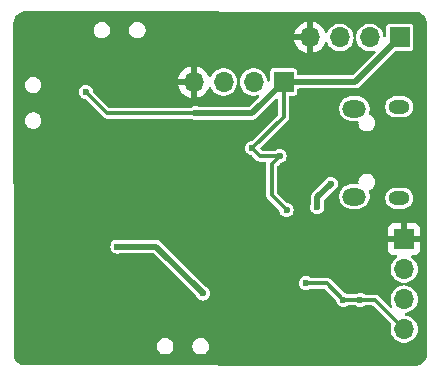
<source format=gbr>
%TF.GenerationSoftware,KiCad,Pcbnew,8.0.3*%
%TF.CreationDate,2024-12-22T23:45:43+05:30*%
%TF.ProjectId,STM32-pcb-design,53544d33-322d-4706-9362-2d6465736967,rev?*%
%TF.SameCoordinates,Original*%
%TF.FileFunction,Copper,L2,Bot*%
%TF.FilePolarity,Positive*%
%FSLAX46Y46*%
G04 Gerber Fmt 4.6, Leading zero omitted, Abs format (unit mm)*
G04 Created by KiCad (PCBNEW 8.0.3) date 2024-12-22 23:45:43*
%MOMM*%
%LPD*%
G01*
G04 APERTURE LIST*
%TA.AperFunction,ComponentPad*%
%ADD10R,1.700000X1.700000*%
%TD*%
%TA.AperFunction,ComponentPad*%
%ADD11O,1.700000X1.700000*%
%TD*%
%TA.AperFunction,ComponentPad*%
%ADD12O,1.800000X1.150000*%
%TD*%
%TA.AperFunction,ComponentPad*%
%ADD13O,2.000000X1.450000*%
%TD*%
%TA.AperFunction,ViaPad*%
%ADD14C,0.600000*%
%TD*%
%TA.AperFunction,Conductor*%
%ADD15C,0.300000*%
%TD*%
%TA.AperFunction,Conductor*%
%ADD16C,0.500000*%
%TD*%
G04 APERTURE END LIST*
D10*
%TO.P,J3,1,Pin_1*%
%TO.N,+3.3V*%
X113460000Y-36560000D03*
D11*
%TO.P,J3,2,Pin_2*%
%TO.N,/I2C1_SCL*%
X110920000Y-36560000D03*
%TO.P,J3,3,Pin_3*%
%TO.N,/I2C1_SDA*%
X108380000Y-36560000D03*
%TO.P,J3,4,Pin_4*%
%TO.N,GND*%
X105840000Y-36560000D03*
%TD*%
%TO.P,J4,4,Pin_4*%
%TO.N,+3.3V*%
X123675000Y-57495000D03*
%TO.P,J4,3,Pin_3*%
%TO.N,/USART1_TX*%
X123675000Y-54955000D03*
%TO.P,J4,2,Pin_2*%
%TO.N,/USART1_RX*%
X123675000Y-52415000D03*
D10*
%TO.P,J4,1,Pin_1*%
%TO.N,GND*%
X123675000Y-49875000D03*
%TD*%
%TO.P,J2,1,Pin_1*%
%TO.N,+3.3V*%
X123310000Y-32790000D03*
D11*
%TO.P,J2,2,Pin_2*%
%TO.N,/SWDIO*%
X120770000Y-32790000D03*
%TO.P,J2,3,Pin_3*%
%TO.N,/SWCLK*%
X118230000Y-32790000D03*
%TO.P,J2,4,Pin_4*%
%TO.N,GND*%
X115690000Y-32790000D03*
%TD*%
D12*
%TO.P,J1,6,Shield*%
%TO.N,unconnected-(J1-Shield-Pad6)*%
X123260000Y-38660000D03*
D13*
%TO.N,unconnected-(J1-Shield-Pad6)_0*%
X119460000Y-38810000D03*
%TO.N,unconnected-(J1-Shield-Pad6)_2*%
X119460000Y-46260000D03*
D12*
%TO.N,unconnected-(J1-Shield-Pad6)_1*%
X123260000Y-46410000D03*
%TD*%
D14*
%TO.N,+3.3V*%
X115360000Y-53600000D03*
X96720000Y-37390000D03*
X106020000Y-39210000D03*
X110810000Y-42160000D03*
X113710000Y-47420000D03*
X113120000Y-42850000D03*
%TO.N,VBUS*%
X117460000Y-45190000D03*
X116320000Y-47170000D03*
%TO.N,+3.3V*%
X119960000Y-55020000D03*
X118530000Y-55000000D03*
X99400000Y-50490000D03*
X106630000Y-54460000D03*
%TO.N,GND*%
X96230000Y-45220000D03*
X96000000Y-47060000D03*
X110570000Y-57280000D03*
X112180000Y-53790000D03*
X120500000Y-53840000D03*
X104230000Y-45730000D03*
X121210000Y-41290000D03*
X92010000Y-50000000D03*
X104800000Y-34200000D03*
X98670000Y-41730000D03*
%TD*%
D15*
%TO.N,+3.3V*%
X119960000Y-55020000D02*
X121200000Y-55020000D01*
X121200000Y-55020000D02*
X123675000Y-57495000D01*
X117130000Y-53600000D02*
X118530000Y-55000000D01*
X115360000Y-53600000D02*
X117130000Y-53600000D01*
X98540000Y-39210000D02*
X106410000Y-39210000D01*
D16*
X106410000Y-39210000D02*
X110810000Y-39210000D01*
X106020000Y-39210000D02*
X106410000Y-39210000D01*
D15*
X96720000Y-37390000D02*
X98540000Y-39210000D01*
X110810000Y-42160000D02*
X113460000Y-39510000D01*
X113460000Y-39510000D02*
X113460000Y-36560000D01*
D16*
X110810000Y-39210000D02*
X113460000Y-36560000D01*
X113460000Y-36560000D02*
X119540000Y-36560000D01*
X119540000Y-36560000D02*
X123310000Y-32790000D01*
D15*
X111500000Y-42850000D02*
X110810000Y-42160000D01*
X113120000Y-42850000D02*
X111500000Y-42850000D01*
X112460000Y-43510000D02*
X113120000Y-42850000D01*
X112460000Y-44180000D02*
X112460000Y-43510000D01*
X113710000Y-47420000D02*
X112460000Y-46170000D01*
X112460000Y-46170000D02*
X112460000Y-44180000D01*
D16*
%TO.N,VBUS*%
X116320000Y-47170000D02*
X116320000Y-46330000D01*
X116320000Y-46330000D02*
X117460000Y-45190000D01*
D15*
%TO.N,+3.3V*%
X119940000Y-55000000D02*
X119960000Y-55020000D01*
X118530000Y-55000000D02*
X119940000Y-55000000D01*
D16*
X102660000Y-50490000D02*
X106630000Y-54460000D01*
X99400000Y-50490000D02*
X102660000Y-50490000D01*
%TD*%
%TA.AperFunction,Conductor*%
%TO.N,GND*%
G36*
X124692896Y-30609995D02*
G01*
X124707059Y-30610817D01*
X124782331Y-30619531D01*
X124802522Y-30623592D01*
X124960330Y-30669246D01*
X124982108Y-30677848D01*
X125047813Y-30711287D01*
X125127247Y-30751715D01*
X125147023Y-30764261D01*
X125275684Y-30864099D01*
X125292748Y-30880140D01*
X125400340Y-31002388D01*
X125414084Y-31021351D01*
X125496774Y-31161653D01*
X125506704Y-31182857D01*
X125562027Y-31337572D01*
X125567318Y-31357422D01*
X125580016Y-31428185D01*
X125581965Y-31450040D01*
X125592441Y-59739399D01*
X125590037Y-59763743D01*
X125574627Y-59840860D01*
X125568702Y-59861238D01*
X125563527Y-59874639D01*
X125503742Y-60029416D01*
X125492849Y-60051050D01*
X125397249Y-60202102D01*
X125382358Y-60221207D01*
X125259210Y-60350796D01*
X125240888Y-60366641D01*
X125094903Y-60469811D01*
X125073851Y-60481792D01*
X124910591Y-60554614D01*
X124887611Y-60562274D01*
X124711826Y-60602305D01*
X124690798Y-60605229D01*
X124603349Y-60609823D01*
X124596657Y-60609994D01*
X91525907Y-60560008D01*
X91514110Y-60559428D01*
X91511253Y-60559150D01*
X91423776Y-60550655D01*
X91400980Y-60546257D01*
X91217016Y-60492488D01*
X91192616Y-60482431D01*
X91025607Y-60391714D01*
X91003890Y-60376722D01*
X90859864Y-60252717D01*
X90841812Y-60233468D01*
X90784551Y-60157630D01*
X90727287Y-60081788D01*
X90713719Y-60059156D01*
X90633216Y-59885221D01*
X90625479Y-59863332D01*
X90605663Y-59784401D01*
X90601932Y-59754267D01*
X90601613Y-58998995D01*
X102739499Y-58998995D01*
X102766418Y-59134322D01*
X102766421Y-59134332D01*
X102819221Y-59261804D01*
X102819228Y-59261817D01*
X102895885Y-59376541D01*
X102895888Y-59376545D01*
X102993454Y-59474111D01*
X102993458Y-59474114D01*
X103108182Y-59550771D01*
X103108195Y-59550778D01*
X103235667Y-59603578D01*
X103235672Y-59603580D01*
X103235676Y-59603580D01*
X103235677Y-59603581D01*
X103371004Y-59630500D01*
X103371007Y-59630500D01*
X103508995Y-59630500D01*
X103600041Y-59612389D01*
X103644328Y-59603580D01*
X103771811Y-59550775D01*
X103886542Y-59474114D01*
X103984114Y-59376542D01*
X104060775Y-59261811D01*
X104113580Y-59134328D01*
X104140500Y-58998995D01*
X105739499Y-58998995D01*
X105766418Y-59134322D01*
X105766421Y-59134332D01*
X105819221Y-59261804D01*
X105819228Y-59261817D01*
X105895885Y-59376541D01*
X105895888Y-59376545D01*
X105993454Y-59474111D01*
X105993458Y-59474114D01*
X106108182Y-59550771D01*
X106108195Y-59550778D01*
X106235667Y-59603578D01*
X106235672Y-59603580D01*
X106235676Y-59603580D01*
X106235677Y-59603581D01*
X106371004Y-59630500D01*
X106371007Y-59630500D01*
X106508995Y-59630500D01*
X106600041Y-59612389D01*
X106644328Y-59603580D01*
X106771811Y-59550775D01*
X106886542Y-59474114D01*
X106984114Y-59376542D01*
X107060775Y-59261811D01*
X107113580Y-59134328D01*
X107140500Y-58998993D01*
X107140500Y-58861007D01*
X107140500Y-58861004D01*
X107113581Y-58725677D01*
X107113580Y-58725676D01*
X107113580Y-58725672D01*
X107080372Y-58645500D01*
X107060778Y-58598195D01*
X107060771Y-58598182D01*
X106984114Y-58483458D01*
X106984111Y-58483454D01*
X106886545Y-58385888D01*
X106886541Y-58385885D01*
X106771817Y-58309228D01*
X106771804Y-58309221D01*
X106644332Y-58256421D01*
X106644322Y-58256418D01*
X106508995Y-58229500D01*
X106508993Y-58229500D01*
X106371007Y-58229500D01*
X106371005Y-58229500D01*
X106235677Y-58256418D01*
X106235667Y-58256421D01*
X106108195Y-58309221D01*
X106108182Y-58309228D01*
X105993458Y-58385885D01*
X105993454Y-58385888D01*
X105895888Y-58483454D01*
X105895885Y-58483458D01*
X105819228Y-58598182D01*
X105819221Y-58598195D01*
X105766421Y-58725667D01*
X105766418Y-58725677D01*
X105739500Y-58861004D01*
X105739500Y-58861007D01*
X105739500Y-58998993D01*
X105739500Y-58998995D01*
X105739499Y-58998995D01*
X104140500Y-58998995D01*
X104140500Y-58998993D01*
X104140500Y-58861007D01*
X104140500Y-58861004D01*
X104113581Y-58725677D01*
X104113580Y-58725676D01*
X104113580Y-58725672D01*
X104080372Y-58645500D01*
X104060778Y-58598195D01*
X104060771Y-58598182D01*
X103984114Y-58483458D01*
X103984111Y-58483454D01*
X103886545Y-58385888D01*
X103886541Y-58385885D01*
X103771817Y-58309228D01*
X103771804Y-58309221D01*
X103644332Y-58256421D01*
X103644322Y-58256418D01*
X103508995Y-58229500D01*
X103508993Y-58229500D01*
X103371007Y-58229500D01*
X103371005Y-58229500D01*
X103235677Y-58256418D01*
X103235667Y-58256421D01*
X103108195Y-58309221D01*
X103108182Y-58309228D01*
X102993458Y-58385885D01*
X102993454Y-58385888D01*
X102895888Y-58483454D01*
X102895885Y-58483458D01*
X102819228Y-58598182D01*
X102819221Y-58598195D01*
X102766421Y-58725667D01*
X102766418Y-58725677D01*
X102739500Y-58861004D01*
X102739500Y-58861007D01*
X102739500Y-58998993D01*
X102739500Y-58998995D01*
X102739499Y-58998995D01*
X90601613Y-58998995D01*
X90598018Y-50489998D01*
X98794318Y-50489998D01*
X98794318Y-50490001D01*
X98814955Y-50646760D01*
X98814956Y-50646762D01*
X98875464Y-50792841D01*
X98971718Y-50918282D01*
X99097159Y-51014536D01*
X99243238Y-51075044D01*
X99256721Y-51076819D01*
X99399999Y-51095682D01*
X99400000Y-51095682D01*
X99400001Y-51095682D01*
X99452254Y-51088802D01*
X99556762Y-51075044D01*
X99617370Y-51049938D01*
X99664823Y-51040500D01*
X102380613Y-51040500D01*
X102447652Y-51060185D01*
X102468294Y-51076819D01*
X106053478Y-54662003D01*
X106080358Y-54702231D01*
X106105462Y-54762838D01*
X106105463Y-54762839D01*
X106105464Y-54762841D01*
X106201718Y-54888282D01*
X106327159Y-54984536D01*
X106473238Y-55045044D01*
X106551619Y-55055363D01*
X106629999Y-55065682D01*
X106630000Y-55065682D01*
X106630001Y-55065682D01*
X106682254Y-55058802D01*
X106786762Y-55045044D01*
X106932841Y-54984536D01*
X107058282Y-54888282D01*
X107154536Y-54762841D01*
X107215044Y-54616762D01*
X107231013Y-54495464D01*
X107235682Y-54460001D01*
X107235682Y-54459998D01*
X107215044Y-54303239D01*
X107215044Y-54303238D01*
X107154536Y-54157159D01*
X107058282Y-54031718D01*
X107058280Y-54031717D01*
X107058280Y-54031716D01*
X107020242Y-54002529D01*
X106932841Y-53935464D01*
X106932837Y-53935462D01*
X106932838Y-53935462D01*
X106872231Y-53910358D01*
X106832003Y-53883478D01*
X106548523Y-53599998D01*
X114754318Y-53599998D01*
X114754318Y-53600001D01*
X114774955Y-53756760D01*
X114774956Y-53756762D01*
X114827443Y-53883478D01*
X114835464Y-53902841D01*
X114931718Y-54028282D01*
X115057159Y-54124536D01*
X115203238Y-54185044D01*
X115281619Y-54195363D01*
X115359999Y-54205682D01*
X115360000Y-54205682D01*
X115360001Y-54205682D01*
X115412254Y-54198802D01*
X115516762Y-54185044D01*
X115662841Y-54124536D01*
X115725933Y-54076123D01*
X115791102Y-54050930D01*
X115801419Y-54050500D01*
X116892035Y-54050500D01*
X116959074Y-54070185D01*
X116979716Y-54086819D01*
X117899317Y-55006420D01*
X117932802Y-55067743D01*
X117934575Y-55077915D01*
X117944955Y-55156761D01*
X117949325Y-55167310D01*
X118005464Y-55302841D01*
X118101718Y-55428282D01*
X118227159Y-55524536D01*
X118373238Y-55585044D01*
X118451619Y-55595363D01*
X118529999Y-55605682D01*
X118530000Y-55605682D01*
X118530001Y-55605682D01*
X118582254Y-55598802D01*
X118686762Y-55585044D01*
X118832841Y-55524536D01*
X118895933Y-55476123D01*
X118961102Y-55450930D01*
X118971419Y-55450500D01*
X119492517Y-55450500D01*
X119559556Y-55470185D01*
X119567989Y-55476114D01*
X119657159Y-55544536D01*
X119657162Y-55544537D01*
X119657163Y-55544538D01*
X119730198Y-55574790D01*
X119803238Y-55605044D01*
X119881619Y-55615363D01*
X119959999Y-55625682D01*
X119960000Y-55625682D01*
X119960001Y-55625682D01*
X120012254Y-55618802D01*
X120116762Y-55605044D01*
X120262841Y-55544536D01*
X120325933Y-55496123D01*
X120391102Y-55470930D01*
X120401419Y-55470500D01*
X120962035Y-55470500D01*
X121029074Y-55490185D01*
X121049716Y-55506819D01*
X122551142Y-57008246D01*
X122584627Y-57069569D01*
X122582727Y-57129861D01*
X122539244Y-57282687D01*
X122519571Y-57494999D01*
X122519571Y-57495000D01*
X122539244Y-57707310D01*
X122597596Y-57912392D01*
X122597596Y-57912394D01*
X122692632Y-58103253D01*
X122821127Y-58273406D01*
X122821128Y-58273407D01*
X122978698Y-58417052D01*
X123159981Y-58529298D01*
X123358802Y-58606321D01*
X123568390Y-58645500D01*
X123568392Y-58645500D01*
X123781608Y-58645500D01*
X123781610Y-58645500D01*
X123991198Y-58606321D01*
X124190019Y-58529298D01*
X124371302Y-58417052D01*
X124528872Y-58273407D01*
X124657366Y-58103255D01*
X124752405Y-57912389D01*
X124810756Y-57707310D01*
X124830429Y-57495000D01*
X124810756Y-57282690D01*
X124752405Y-57077611D01*
X124752403Y-57077606D01*
X124752403Y-57077605D01*
X124657367Y-56886746D01*
X124528872Y-56716593D01*
X124371302Y-56572948D01*
X124190019Y-56460702D01*
X124190017Y-56460701D01*
X124044884Y-56404477D01*
X123991198Y-56383679D01*
X123794385Y-56346888D01*
X123732106Y-56315221D01*
X123696833Y-56254908D01*
X123699767Y-56185100D01*
X123739976Y-56127960D01*
X123794384Y-56103111D01*
X123991198Y-56066321D01*
X124190019Y-55989298D01*
X124371302Y-55877052D01*
X124528872Y-55733407D01*
X124657366Y-55563255D01*
X124724574Y-55428282D01*
X124752403Y-55372394D01*
X124752403Y-55372393D01*
X124752405Y-55372389D01*
X124810756Y-55167310D01*
X124830429Y-54955000D01*
X124810756Y-54742690D01*
X124752405Y-54537611D01*
X124752403Y-54537606D01*
X124752403Y-54537605D01*
X124657367Y-54346746D01*
X124528872Y-54176593D01*
X124507554Y-54157159D01*
X124371302Y-54032948D01*
X124190019Y-53920702D01*
X124190017Y-53920701D01*
X124090608Y-53882190D01*
X123991198Y-53843679D01*
X123794385Y-53806888D01*
X123732106Y-53775221D01*
X123696833Y-53714908D01*
X123699767Y-53645100D01*
X123739976Y-53587960D01*
X123794384Y-53563111D01*
X123991198Y-53526321D01*
X124190019Y-53449298D01*
X124371302Y-53337052D01*
X124528872Y-53193407D01*
X124657366Y-53023255D01*
X124752405Y-52832389D01*
X124810756Y-52627310D01*
X124830429Y-52415000D01*
X124810756Y-52202690D01*
X124752405Y-51997611D01*
X124752403Y-51997606D01*
X124752403Y-51997605D01*
X124657367Y-51806746D01*
X124528872Y-51636593D01*
X124371302Y-51492948D01*
X124371299Y-51492946D01*
X124371298Y-51492945D01*
X124309089Y-51454427D01*
X124262453Y-51402399D01*
X124251349Y-51333418D01*
X124279302Y-51269383D01*
X124337437Y-51230627D01*
X124374366Y-51225000D01*
X124572828Y-51225000D01*
X124572844Y-51224999D01*
X124632372Y-51218598D01*
X124632379Y-51218596D01*
X124767086Y-51168354D01*
X124767093Y-51168350D01*
X124882187Y-51082190D01*
X124882190Y-51082187D01*
X124968350Y-50967093D01*
X124968354Y-50967086D01*
X125018596Y-50832379D01*
X125018598Y-50832372D01*
X125024999Y-50772844D01*
X125025000Y-50772827D01*
X125025000Y-50125000D01*
X124108012Y-50125000D01*
X124140925Y-50067993D01*
X124175000Y-49940826D01*
X124175000Y-49809174D01*
X124140925Y-49682007D01*
X124108012Y-49625000D01*
X125025000Y-49625000D01*
X125025000Y-48977172D01*
X125024999Y-48977155D01*
X125018598Y-48917627D01*
X125018596Y-48917620D01*
X124968354Y-48782913D01*
X124968350Y-48782906D01*
X124882190Y-48667812D01*
X124882187Y-48667809D01*
X124767093Y-48581649D01*
X124767086Y-48581645D01*
X124632379Y-48531403D01*
X124632372Y-48531401D01*
X124572844Y-48525000D01*
X123925000Y-48525000D01*
X123925000Y-49441988D01*
X123867993Y-49409075D01*
X123740826Y-49375000D01*
X123609174Y-49375000D01*
X123482007Y-49409075D01*
X123425000Y-49441988D01*
X123425000Y-48525000D01*
X122777155Y-48525000D01*
X122717627Y-48531401D01*
X122717620Y-48531403D01*
X122582913Y-48581645D01*
X122582906Y-48581649D01*
X122467812Y-48667809D01*
X122467809Y-48667812D01*
X122381649Y-48782906D01*
X122381645Y-48782913D01*
X122331403Y-48917620D01*
X122331401Y-48917627D01*
X122325000Y-48977155D01*
X122325000Y-49625000D01*
X123241988Y-49625000D01*
X123209075Y-49682007D01*
X123175000Y-49809174D01*
X123175000Y-49940826D01*
X123209075Y-50067993D01*
X123241988Y-50125000D01*
X122325000Y-50125000D01*
X122325000Y-50772844D01*
X122331401Y-50832372D01*
X122331403Y-50832379D01*
X122381645Y-50967086D01*
X122381649Y-50967093D01*
X122467809Y-51082187D01*
X122467812Y-51082190D01*
X122582906Y-51168350D01*
X122582913Y-51168354D01*
X122717620Y-51218596D01*
X122717627Y-51218598D01*
X122777155Y-51224999D01*
X122777172Y-51225000D01*
X122975634Y-51225000D01*
X123042673Y-51244685D01*
X123088428Y-51297489D01*
X123098372Y-51366647D01*
X123069347Y-51430203D01*
X123040911Y-51454427D01*
X122978701Y-51492945D01*
X122821127Y-51636593D01*
X122692632Y-51806746D01*
X122597596Y-51997605D01*
X122597596Y-51997607D01*
X122539244Y-52202689D01*
X122519571Y-52414999D01*
X122519571Y-52415000D01*
X122539244Y-52627310D01*
X122597596Y-52832392D01*
X122597596Y-52832394D01*
X122692632Y-53023253D01*
X122811155Y-53180201D01*
X122821128Y-53193407D01*
X122978698Y-53337052D01*
X123159981Y-53449298D01*
X123358802Y-53526321D01*
X123555613Y-53563111D01*
X123617893Y-53594779D01*
X123653166Y-53655092D01*
X123650232Y-53724900D01*
X123610023Y-53782040D01*
X123555613Y-53806888D01*
X123358802Y-53843679D01*
X123358799Y-53843679D01*
X123358799Y-53843680D01*
X123159982Y-53920701D01*
X123159980Y-53920702D01*
X122978699Y-54032947D01*
X122821127Y-54176593D01*
X122692632Y-54346746D01*
X122597596Y-54537605D01*
X122597596Y-54537607D01*
X122588522Y-54569500D01*
X122539244Y-54742690D01*
X122519571Y-54955000D01*
X122539244Y-55167310D01*
X122597595Y-55372389D01*
X122656250Y-55490185D01*
X122663518Y-55504781D01*
X122675778Y-55573566D01*
X122648905Y-55638061D01*
X122591428Y-55677789D01*
X122521598Y-55680135D01*
X122464836Y-55647733D01*
X121476616Y-54659513D01*
X121476614Y-54659511D01*
X121434922Y-54635440D01*
X121373885Y-54600199D01*
X121342228Y-54591718D01*
X121300768Y-54580609D01*
X121259309Y-54569500D01*
X121259308Y-54569500D01*
X120401419Y-54569500D01*
X120334380Y-54549815D01*
X120325933Y-54543876D01*
X120262842Y-54495464D01*
X120116762Y-54434956D01*
X120116760Y-54434955D01*
X119960001Y-54414318D01*
X119959999Y-54414318D01*
X119803239Y-54434955D01*
X119803234Y-54434957D01*
X119657163Y-54495461D01*
X119657162Y-54495461D01*
X119641149Y-54507748D01*
X119620130Y-54523876D01*
X119554964Y-54549070D01*
X119544646Y-54549500D01*
X118971419Y-54549500D01*
X118904380Y-54529815D01*
X118895933Y-54523876D01*
X118832842Y-54475464D01*
X118686761Y-54414955D01*
X118607915Y-54404575D01*
X118544018Y-54376308D01*
X118536420Y-54369317D01*
X117406616Y-53239513D01*
X117406614Y-53239511D01*
X117364922Y-53215440D01*
X117303885Y-53180199D01*
X117272228Y-53171718D01*
X117230768Y-53160609D01*
X117189309Y-53149500D01*
X117189308Y-53149500D01*
X115801419Y-53149500D01*
X115734380Y-53129815D01*
X115725933Y-53123876D01*
X115662842Y-53075464D01*
X115516762Y-53014956D01*
X115516760Y-53014955D01*
X115360001Y-52994318D01*
X115359999Y-52994318D01*
X115203239Y-53014955D01*
X115203237Y-53014956D01*
X115057160Y-53075463D01*
X114931718Y-53171718D01*
X114835463Y-53297160D01*
X114774956Y-53443237D01*
X114774955Y-53443239D01*
X114754318Y-53599998D01*
X106548523Y-53599998D01*
X102998016Y-50049491D01*
X102998015Y-50049490D01*
X102872485Y-49977016D01*
X102872480Y-49977014D01*
X102829374Y-49965463D01*
X102829374Y-49965464D01*
X102780924Y-49952482D01*
X102732475Y-49939500D01*
X102732474Y-49939500D01*
X99664823Y-49939500D01*
X99617370Y-49930061D01*
X99556762Y-49904956D01*
X99556760Y-49904955D01*
X99400001Y-49884318D01*
X99399999Y-49884318D01*
X99243239Y-49904955D01*
X99243237Y-49904956D01*
X99097160Y-49965463D01*
X98971718Y-50061718D01*
X98875463Y-50187160D01*
X98814956Y-50333237D01*
X98814955Y-50333239D01*
X98794318Y-50489998D01*
X90598018Y-50489998D01*
X90593539Y-39888995D01*
X91559499Y-39888995D01*
X91586418Y-40024322D01*
X91586421Y-40024332D01*
X91639221Y-40151804D01*
X91639228Y-40151817D01*
X91715885Y-40266541D01*
X91715888Y-40266545D01*
X91813454Y-40364111D01*
X91813458Y-40364114D01*
X91928182Y-40440771D01*
X91928195Y-40440778D01*
X92055667Y-40493578D01*
X92055672Y-40493580D01*
X92055676Y-40493580D01*
X92055677Y-40493581D01*
X92191004Y-40520500D01*
X92191007Y-40520500D01*
X92328995Y-40520500D01*
X92420041Y-40502389D01*
X92464328Y-40493580D01*
X92591811Y-40440775D01*
X92706542Y-40364114D01*
X92804114Y-40266542D01*
X92880775Y-40151811D01*
X92933580Y-40024328D01*
X92943502Y-39974447D01*
X92960500Y-39888995D01*
X92960500Y-39751004D01*
X92933581Y-39615677D01*
X92933580Y-39615676D01*
X92933580Y-39615672D01*
X92914375Y-39569307D01*
X92880778Y-39488195D01*
X92880771Y-39488182D01*
X92804114Y-39373458D01*
X92804111Y-39373454D01*
X92706545Y-39275888D01*
X92706541Y-39275885D01*
X92591817Y-39199228D01*
X92591804Y-39199221D01*
X92464332Y-39146421D01*
X92464322Y-39146418D01*
X92328995Y-39119500D01*
X92328993Y-39119500D01*
X92191007Y-39119500D01*
X92191005Y-39119500D01*
X92055677Y-39146418D01*
X92055667Y-39146421D01*
X91928195Y-39199221D01*
X91928182Y-39199228D01*
X91813458Y-39275885D01*
X91813454Y-39275888D01*
X91715888Y-39373454D01*
X91715885Y-39373458D01*
X91639228Y-39488182D01*
X91639221Y-39488195D01*
X91586421Y-39615667D01*
X91586418Y-39615677D01*
X91559500Y-39751004D01*
X91559500Y-39751007D01*
X91559500Y-39888993D01*
X91559500Y-39888995D01*
X91559499Y-39888995D01*
X90593539Y-39888995D01*
X90592272Y-36888995D01*
X91559499Y-36888995D01*
X91586418Y-37024322D01*
X91586421Y-37024332D01*
X91639221Y-37151804D01*
X91639228Y-37151817D01*
X91715885Y-37266541D01*
X91715888Y-37266545D01*
X91813454Y-37364111D01*
X91813458Y-37364114D01*
X91928182Y-37440771D01*
X91928195Y-37440778D01*
X92055667Y-37493578D01*
X92055672Y-37493580D01*
X92055676Y-37493580D01*
X92055677Y-37493581D01*
X92191004Y-37520500D01*
X92191007Y-37520500D01*
X92328995Y-37520500D01*
X92420041Y-37502389D01*
X92464328Y-37493580D01*
X92591811Y-37440775D01*
X92667804Y-37389998D01*
X96114318Y-37389998D01*
X96114318Y-37390001D01*
X96134955Y-37546760D01*
X96134956Y-37546762D01*
X96182774Y-37662206D01*
X96195464Y-37692841D01*
X96291718Y-37818282D01*
X96417159Y-37914536D01*
X96563238Y-37975044D01*
X96642083Y-37985424D01*
X96705978Y-38013689D01*
X96713577Y-38020680D01*
X98263386Y-39570490D01*
X98366113Y-39629799D01*
X98390321Y-39636284D01*
X98390324Y-39636286D01*
X98390325Y-39636286D01*
X98420447Y-39644357D01*
X98480691Y-39660500D01*
X105578581Y-39660500D01*
X105645620Y-39680185D01*
X105654067Y-39686124D01*
X105717157Y-39734535D01*
X105717158Y-39734535D01*
X105717159Y-39734536D01*
X105863238Y-39795044D01*
X105941619Y-39805363D01*
X106019999Y-39815682D01*
X106020000Y-39815682D01*
X106020001Y-39815682D01*
X106072254Y-39808802D01*
X106176762Y-39795044D01*
X106237370Y-39769938D01*
X106284823Y-39760500D01*
X110882472Y-39760500D01*
X110882474Y-39760500D01*
X110882475Y-39760500D01*
X111022485Y-39722984D01*
X111050049Y-39707070D01*
X111148015Y-39650510D01*
X112797819Y-38000706D01*
X112859142Y-37967221D01*
X112928834Y-37972205D01*
X112984767Y-38014077D01*
X113009184Y-38079541D01*
X113009500Y-38088387D01*
X113009500Y-39272034D01*
X112989815Y-39339073D01*
X112973181Y-39359715D01*
X110803578Y-41529317D01*
X110742255Y-41562802D01*
X110732084Y-41564575D01*
X110653238Y-41574956D01*
X110507160Y-41635463D01*
X110381718Y-41731718D01*
X110285463Y-41857160D01*
X110224956Y-42003237D01*
X110224955Y-42003239D01*
X110204318Y-42159998D01*
X110204318Y-42160001D01*
X110224955Y-42316760D01*
X110224956Y-42316762D01*
X110285464Y-42462841D01*
X110381718Y-42588282D01*
X110507159Y-42684536D01*
X110653238Y-42745044D01*
X110732083Y-42755424D01*
X110795978Y-42783689D01*
X110803578Y-42790681D01*
X111223386Y-43210489D01*
X111263045Y-43233386D01*
X111326114Y-43269799D01*
X111440691Y-43300500D01*
X111888144Y-43300500D01*
X111955183Y-43320185D01*
X112000938Y-43372989D01*
X112010882Y-43442147D01*
X112010165Y-43445641D01*
X112009500Y-43450693D01*
X112009500Y-46229308D01*
X112017060Y-46257520D01*
X112017061Y-46257525D01*
X112040201Y-46343888D01*
X112050085Y-46361007D01*
X112099511Y-46446614D01*
X112099513Y-46446616D01*
X113079317Y-47426420D01*
X113112802Y-47487743D01*
X113114575Y-47497915D01*
X113124955Y-47576761D01*
X113185463Y-47722839D01*
X113185464Y-47722841D01*
X113281718Y-47848282D01*
X113407159Y-47944536D01*
X113553238Y-48005044D01*
X113631619Y-48015363D01*
X113709999Y-48025682D01*
X113710000Y-48025682D01*
X113710001Y-48025682D01*
X113762254Y-48018802D01*
X113866762Y-48005044D01*
X114012841Y-47944536D01*
X114138282Y-47848282D01*
X114234536Y-47722841D01*
X114295044Y-47576762D01*
X114315682Y-47420000D01*
X114295044Y-47263238D01*
X114256423Y-47169998D01*
X115714318Y-47169998D01*
X115714318Y-47170001D01*
X115734955Y-47326760D01*
X115734956Y-47326762D01*
X115773576Y-47420000D01*
X115795464Y-47472841D01*
X115891718Y-47598282D01*
X116017159Y-47694536D01*
X116163238Y-47755044D01*
X116241619Y-47765363D01*
X116319999Y-47775682D01*
X116320000Y-47775682D01*
X116320001Y-47775682D01*
X116372254Y-47768802D01*
X116476762Y-47755044D01*
X116622841Y-47694536D01*
X116748282Y-47598282D01*
X116844536Y-47472841D01*
X116905044Y-47326762D01*
X116925682Y-47170000D01*
X116925522Y-47168787D01*
X116905044Y-47013239D01*
X116905042Y-47013234D01*
X116879939Y-46952628D01*
X116870500Y-46905176D01*
X116870500Y-46609386D01*
X116890185Y-46542347D01*
X116906815Y-46521709D01*
X117269532Y-46158992D01*
X118159500Y-46158992D01*
X118159500Y-46361007D01*
X118198907Y-46559119D01*
X118198909Y-46559127D01*
X118276212Y-46745752D01*
X118276217Y-46745762D01*
X118388441Y-46913718D01*
X118531281Y-47056558D01*
X118699237Y-47168782D01*
X118699241Y-47168784D01*
X118699244Y-47168786D01*
X118885873Y-47246091D01*
X119083992Y-47285499D01*
X119083996Y-47285500D01*
X119083997Y-47285500D01*
X119836004Y-47285500D01*
X119836005Y-47285499D01*
X120034127Y-47246091D01*
X120220756Y-47168786D01*
X120388718Y-47056558D01*
X120531558Y-46913718D01*
X120643786Y-46745756D01*
X120721091Y-46559127D01*
X120760500Y-46361003D01*
X120760500Y-46323766D01*
X122059500Y-46323766D01*
X122059500Y-46496233D01*
X122093143Y-46665366D01*
X122093146Y-46665378D01*
X122159138Y-46824698D01*
X122159145Y-46824711D01*
X122254954Y-46968098D01*
X122254957Y-46968102D01*
X122376897Y-47090042D01*
X122376901Y-47090045D01*
X122520288Y-47185854D01*
X122520301Y-47185861D01*
X122665708Y-47246090D01*
X122679626Y-47251855D01*
X122848766Y-47285499D01*
X122848769Y-47285500D01*
X122848771Y-47285500D01*
X123671231Y-47285500D01*
X123671232Y-47285499D01*
X123840374Y-47251855D01*
X123999705Y-47185858D01*
X124143099Y-47090045D01*
X124265045Y-46968099D01*
X124360858Y-46824705D01*
X124426855Y-46665374D01*
X124460500Y-46496229D01*
X124460500Y-46323771D01*
X124460500Y-46323768D01*
X124460499Y-46323766D01*
X124426856Y-46154633D01*
X124426855Y-46154626D01*
X124370974Y-46019716D01*
X124360861Y-45995301D01*
X124360854Y-45995288D01*
X124265045Y-45851901D01*
X124265042Y-45851897D01*
X124143102Y-45729957D01*
X124143098Y-45729954D01*
X123999711Y-45634145D01*
X123999698Y-45634138D01*
X123840378Y-45568146D01*
X123840366Y-45568143D01*
X123671232Y-45534500D01*
X123671229Y-45534500D01*
X122848771Y-45534500D01*
X122848768Y-45534500D01*
X122679633Y-45568143D01*
X122679621Y-45568146D01*
X122520301Y-45634138D01*
X122520288Y-45634145D01*
X122376901Y-45729954D01*
X122376897Y-45729957D01*
X122254957Y-45851897D01*
X122254954Y-45851901D01*
X122159145Y-45995288D01*
X122159138Y-45995301D01*
X122093146Y-46154621D01*
X122093143Y-46154633D01*
X122059500Y-46323766D01*
X120760500Y-46323766D01*
X120760500Y-46158997D01*
X120721091Y-45960873D01*
X120679932Y-45861507D01*
X120672463Y-45792037D01*
X120703738Y-45729558D01*
X120754060Y-45699700D01*
X120753207Y-45697452D01*
X120760222Y-45694790D01*
X120760225Y-45694790D01*
X120910852Y-45615734D01*
X121038183Y-45502929D01*
X121134818Y-45362930D01*
X121195140Y-45203872D01*
X121215645Y-45035000D01*
X121195140Y-44866128D01*
X121134818Y-44707070D01*
X121038183Y-44567071D01*
X120910852Y-44454266D01*
X120910849Y-44454263D01*
X120760226Y-44375210D01*
X120595056Y-44334500D01*
X120424944Y-44334500D01*
X120259773Y-44375210D01*
X120109150Y-44454263D01*
X119981816Y-44567072D01*
X119885182Y-44707068D01*
X119824860Y-44866125D01*
X119824859Y-44866130D01*
X119804355Y-45034999D01*
X119811708Y-45095553D01*
X119800248Y-45164476D01*
X119753344Y-45216263D01*
X119688612Y-45234500D01*
X119083992Y-45234500D01*
X118885880Y-45273907D01*
X118885872Y-45273909D01*
X118699247Y-45351212D01*
X118699237Y-45351217D01*
X118531281Y-45463441D01*
X118388441Y-45606281D01*
X118276217Y-45774237D01*
X118276212Y-45774247D01*
X118198909Y-45960872D01*
X118198907Y-45960880D01*
X118159500Y-46158992D01*
X117269532Y-46158992D01*
X117662006Y-45766517D01*
X117702228Y-45739641D01*
X117762841Y-45714536D01*
X117888282Y-45618282D01*
X117984536Y-45492841D01*
X118045044Y-45346762D01*
X118059810Y-45234601D01*
X118065682Y-45190001D01*
X118065682Y-45189998D01*
X118045044Y-45033239D01*
X118045044Y-45033238D01*
X117984536Y-44887159D01*
X117888282Y-44761718D01*
X117762841Y-44665464D01*
X117616762Y-44604956D01*
X117616760Y-44604955D01*
X117460001Y-44584318D01*
X117459999Y-44584318D01*
X117303239Y-44604955D01*
X117303237Y-44604956D01*
X117157160Y-44665463D01*
X117031716Y-44761719D01*
X116935464Y-44887158D01*
X116935460Y-44887165D01*
X116910357Y-44947768D01*
X116883478Y-44987995D01*
X115879491Y-45991983D01*
X115879489Y-45991985D01*
X115846932Y-46048379D01*
X115846931Y-46048380D01*
X115807017Y-46117512D01*
X115807016Y-46117513D01*
X115797073Y-46154621D01*
X115769500Y-46257525D01*
X115769500Y-46257527D01*
X115769500Y-46905176D01*
X115760061Y-46952628D01*
X115734957Y-47013234D01*
X115734955Y-47013239D01*
X115714318Y-47169998D01*
X114256423Y-47169998D01*
X114234536Y-47117159D01*
X114138282Y-46991718D01*
X114012841Y-46895464D01*
X114012839Y-46895463D01*
X113866761Y-46834955D01*
X113787915Y-46824575D01*
X113724018Y-46796308D01*
X113716420Y-46789317D01*
X112946819Y-46019716D01*
X112913334Y-45958393D01*
X112910500Y-45932035D01*
X112910500Y-43747964D01*
X112930185Y-43680925D01*
X112946815Y-43660287D01*
X113126422Y-43480679D01*
X113187743Y-43447196D01*
X113197896Y-43445426D01*
X113276762Y-43435044D01*
X113422841Y-43374536D01*
X113548282Y-43278282D01*
X113644536Y-43152841D01*
X113705044Y-43006762D01*
X113725682Y-42850000D01*
X113705044Y-42693238D01*
X113644536Y-42547159D01*
X113548282Y-42421718D01*
X113422841Y-42325464D01*
X113276762Y-42264956D01*
X113276760Y-42264955D01*
X113120001Y-42244318D01*
X113119999Y-42244318D01*
X112963239Y-42264955D01*
X112963237Y-42264956D01*
X112817157Y-42325464D01*
X112754067Y-42373876D01*
X112688898Y-42399070D01*
X112678581Y-42399500D01*
X111737965Y-42399500D01*
X111670926Y-42379815D01*
X111650284Y-42363181D01*
X111534784Y-42247681D01*
X111501299Y-42186358D01*
X111506283Y-42116666D01*
X111534784Y-42072319D01*
X112077786Y-41529317D01*
X113820489Y-39786614D01*
X113879799Y-39683887D01*
X113888742Y-39650509D01*
X113910500Y-39569309D01*
X113910500Y-38708992D01*
X118159500Y-38708992D01*
X118159500Y-38911007D01*
X118198907Y-39109119D01*
X118198909Y-39109127D01*
X118276212Y-39295752D01*
X118276217Y-39295762D01*
X118388441Y-39463718D01*
X118531281Y-39606558D01*
X118699237Y-39718782D01*
X118699241Y-39718784D01*
X118699244Y-39718786D01*
X118885873Y-39796091D01*
X119083484Y-39835398D01*
X119083992Y-39835499D01*
X119083996Y-39835500D01*
X119688612Y-39835500D01*
X119755651Y-39855185D01*
X119801406Y-39907989D01*
X119811708Y-39974447D01*
X119804355Y-40035000D01*
X119824859Y-40203869D01*
X119824860Y-40203874D01*
X119885182Y-40362931D01*
X119885997Y-40364111D01*
X119981817Y-40502929D01*
X120087505Y-40596560D01*
X120109150Y-40615736D01*
X120259773Y-40694789D01*
X120259775Y-40694790D01*
X120424944Y-40735500D01*
X120595056Y-40735500D01*
X120760225Y-40694790D01*
X120839692Y-40653081D01*
X120910849Y-40615736D01*
X120910850Y-40615734D01*
X120910852Y-40615734D01*
X121038183Y-40502929D01*
X121134818Y-40362930D01*
X121195140Y-40203872D01*
X121215645Y-40035000D01*
X121195140Y-39866128D01*
X121183524Y-39835500D01*
X121140853Y-39722983D01*
X121134818Y-39707070D01*
X121118814Y-39683885D01*
X121085959Y-39636286D01*
X121038183Y-39567071D01*
X120910852Y-39454266D01*
X120910849Y-39454263D01*
X120760225Y-39375209D01*
X120753210Y-39372549D01*
X120754131Y-39370119D01*
X120704438Y-39341186D01*
X120672649Y-39278967D01*
X120679544Y-39209439D01*
X120679932Y-39208492D01*
X120721091Y-39109127D01*
X120760500Y-38911003D01*
X120760500Y-38708997D01*
X120733601Y-38573766D01*
X122059500Y-38573766D01*
X122059500Y-38746233D01*
X122093143Y-38915366D01*
X122093146Y-38915378D01*
X122159138Y-39074698D01*
X122159145Y-39074711D01*
X122254954Y-39218098D01*
X122254957Y-39218102D01*
X122376897Y-39340042D01*
X122376901Y-39340045D01*
X122520288Y-39435854D01*
X122520301Y-39435861D01*
X122679621Y-39501853D01*
X122679626Y-39501855D01*
X122848766Y-39535499D01*
X122848769Y-39535500D01*
X122848771Y-39535500D01*
X123671231Y-39535500D01*
X123671232Y-39535499D01*
X123840374Y-39501855D01*
X123999705Y-39435858D01*
X124143099Y-39340045D01*
X124265045Y-39218099D01*
X124360858Y-39074705D01*
X124426855Y-38915374D01*
X124460500Y-38746229D01*
X124460500Y-38573771D01*
X124460500Y-38573768D01*
X124460499Y-38573766D01*
X124447989Y-38510873D01*
X124426855Y-38404626D01*
X124393557Y-38324237D01*
X124360861Y-38245301D01*
X124360854Y-38245288D01*
X124265045Y-38101901D01*
X124265042Y-38101897D01*
X124143102Y-37979957D01*
X124143098Y-37979954D01*
X123999711Y-37884145D01*
X123999698Y-37884138D01*
X123840378Y-37818146D01*
X123840366Y-37818143D01*
X123671232Y-37784500D01*
X123671229Y-37784500D01*
X122848771Y-37784500D01*
X122848768Y-37784500D01*
X122679633Y-37818143D01*
X122679621Y-37818146D01*
X122520301Y-37884138D01*
X122520288Y-37884145D01*
X122376901Y-37979954D01*
X122376897Y-37979957D01*
X122254957Y-38101897D01*
X122254954Y-38101901D01*
X122159145Y-38245288D01*
X122159138Y-38245301D01*
X122093146Y-38404621D01*
X122093143Y-38404633D01*
X122059500Y-38573766D01*
X120733601Y-38573766D01*
X120721091Y-38510873D01*
X120643786Y-38324244D01*
X120643784Y-38324241D01*
X120643782Y-38324237D01*
X120531558Y-38156281D01*
X120388718Y-38013441D01*
X120220762Y-37901217D01*
X120220752Y-37901212D01*
X120034127Y-37823909D01*
X120034119Y-37823907D01*
X119836007Y-37784500D01*
X119836003Y-37784500D01*
X119083997Y-37784500D01*
X119083992Y-37784500D01*
X118885880Y-37823907D01*
X118885872Y-37823909D01*
X118699247Y-37901212D01*
X118699237Y-37901217D01*
X118531281Y-38013441D01*
X118388441Y-38156281D01*
X118276217Y-38324237D01*
X118276212Y-38324247D01*
X118198909Y-38510872D01*
X118198907Y-38510880D01*
X118159500Y-38708992D01*
X113910500Y-38708992D01*
X113910500Y-37834499D01*
X113930185Y-37767460D01*
X113982989Y-37721705D01*
X114034500Y-37710499D01*
X114354856Y-37710499D01*
X114354864Y-37710499D01*
X114354879Y-37710497D01*
X114354882Y-37710497D01*
X114379987Y-37707586D01*
X114379988Y-37707585D01*
X114379991Y-37707585D01*
X114482765Y-37662206D01*
X114562206Y-37582765D01*
X114607585Y-37479991D01*
X114610500Y-37454865D01*
X114610500Y-37234500D01*
X114630185Y-37167461D01*
X114682989Y-37121706D01*
X114734500Y-37110500D01*
X119612472Y-37110500D01*
X119612474Y-37110500D01*
X119612475Y-37110500D01*
X119752485Y-37072984D01*
X119757153Y-37070289D01*
X119878015Y-37000510D01*
X122901706Y-33976817D01*
X122963029Y-33943333D01*
X122989387Y-33940499D01*
X124204856Y-33940499D01*
X124204864Y-33940499D01*
X124204879Y-33940497D01*
X124204882Y-33940497D01*
X124229987Y-33937586D01*
X124229988Y-33937585D01*
X124229991Y-33937585D01*
X124332765Y-33892206D01*
X124412206Y-33812765D01*
X124457585Y-33709991D01*
X124460500Y-33684865D01*
X124460499Y-31895136D01*
X124460497Y-31895117D01*
X124457586Y-31870012D01*
X124457585Y-31870010D01*
X124457585Y-31870009D01*
X124412206Y-31767235D01*
X124332765Y-31687794D01*
X124312124Y-31678680D01*
X124229992Y-31642415D01*
X124204865Y-31639500D01*
X122415143Y-31639500D01*
X122415117Y-31639502D01*
X122390012Y-31642413D01*
X122390008Y-31642415D01*
X122287235Y-31687793D01*
X122207794Y-31767234D01*
X122162415Y-31870006D01*
X122162415Y-31870008D01*
X122159500Y-31895131D01*
X122159500Y-32633946D01*
X122139815Y-32700985D01*
X122087011Y-32746740D01*
X122017853Y-32756684D01*
X121954297Y-32727659D01*
X121916523Y-32668881D01*
X121912029Y-32645387D01*
X121909356Y-32616541D01*
X121905756Y-32577690D01*
X121847405Y-32372611D01*
X121847403Y-32372606D01*
X121847403Y-32372605D01*
X121752367Y-32181746D01*
X121623872Y-32011593D01*
X121573494Y-31965667D01*
X121466302Y-31867948D01*
X121285019Y-31755702D01*
X121285017Y-31755701D01*
X121185608Y-31717190D01*
X121086198Y-31678679D01*
X120876610Y-31639500D01*
X120663390Y-31639500D01*
X120453802Y-31678679D01*
X120453799Y-31678679D01*
X120453799Y-31678680D01*
X120254982Y-31755701D01*
X120254980Y-31755702D01*
X120073699Y-31867947D01*
X119916127Y-32011593D01*
X119787632Y-32181746D01*
X119692596Y-32372605D01*
X119692596Y-32372607D01*
X119634244Y-32577689D01*
X119623471Y-32693951D01*
X119597685Y-32758888D01*
X119553130Y-32790804D01*
X119589503Y-32811668D01*
X119621693Y-32873681D01*
X119623470Y-32886047D01*
X119634244Y-33002310D01*
X119687675Y-33190099D01*
X119692596Y-33207392D01*
X119692596Y-33207394D01*
X119787632Y-33398253D01*
X119916127Y-33568406D01*
X119916128Y-33568407D01*
X120073698Y-33712052D01*
X120254981Y-33824298D01*
X120453802Y-33901321D01*
X120663390Y-33940500D01*
X120663392Y-33940500D01*
X120876608Y-33940500D01*
X120876610Y-33940500D01*
X121086198Y-33901321D01*
X121086202Y-33901319D01*
X121086209Y-33901318D01*
X121091719Y-33899751D01*
X121092279Y-33901722D01*
X121152795Y-33896606D01*
X121214546Y-33929294D01*
X121248823Y-33990178D01*
X121244741Y-34059928D01*
X121215689Y-34105784D01*
X119348294Y-35973181D01*
X119286971Y-36006666D01*
X119260613Y-36009500D01*
X114734499Y-36009500D01*
X114667460Y-35989815D01*
X114621705Y-35937011D01*
X114610499Y-35885500D01*
X114610499Y-35665143D01*
X114610499Y-35665136D01*
X114610497Y-35665117D01*
X114607586Y-35640012D01*
X114607585Y-35640010D01*
X114607585Y-35640009D01*
X114562206Y-35537235D01*
X114482765Y-35457794D01*
X114462124Y-35448680D01*
X114379992Y-35412415D01*
X114354865Y-35409500D01*
X112565143Y-35409500D01*
X112565117Y-35409502D01*
X112540012Y-35412413D01*
X112540008Y-35412415D01*
X112437235Y-35457793D01*
X112357794Y-35537234D01*
X112312415Y-35640006D01*
X112312415Y-35640008D01*
X112309500Y-35665131D01*
X112309500Y-36403946D01*
X112289815Y-36470985D01*
X112237011Y-36516740D01*
X112167853Y-36526684D01*
X112104297Y-36497659D01*
X112066523Y-36438881D01*
X112062029Y-36415387D01*
X112060969Y-36403946D01*
X112055756Y-36347690D01*
X111997405Y-36142611D01*
X111997403Y-36142606D01*
X111997403Y-36142605D01*
X111902367Y-35951746D01*
X111773872Y-35781593D01*
X111616302Y-35637948D01*
X111435019Y-35525702D01*
X111435017Y-35525701D01*
X111335608Y-35487190D01*
X111236198Y-35448679D01*
X111026610Y-35409500D01*
X110813390Y-35409500D01*
X110603802Y-35448679D01*
X110603799Y-35448679D01*
X110603799Y-35448680D01*
X110404982Y-35525701D01*
X110404980Y-35525702D01*
X110223699Y-35637947D01*
X110066127Y-35781593D01*
X109937632Y-35951746D01*
X109842596Y-36142605D01*
X109842596Y-36142607D01*
X109784244Y-36347689D01*
X109773471Y-36463951D01*
X109747685Y-36528888D01*
X109703130Y-36560804D01*
X109739503Y-36581668D01*
X109771693Y-36643681D01*
X109773470Y-36656047D01*
X109784244Y-36772310D01*
X109837675Y-36960099D01*
X109842596Y-36977392D01*
X109842596Y-36977394D01*
X109937632Y-37168253D01*
X110046247Y-37312081D01*
X110066128Y-37338407D01*
X110223698Y-37482052D01*
X110404981Y-37594298D01*
X110603802Y-37671321D01*
X110813390Y-37710500D01*
X110813392Y-37710500D01*
X111026608Y-37710500D01*
X111026610Y-37710500D01*
X111236198Y-37671321D01*
X111236202Y-37671319D01*
X111236209Y-37671318D01*
X111241719Y-37669751D01*
X111242279Y-37671722D01*
X111302795Y-37666606D01*
X111364546Y-37699294D01*
X111398823Y-37760178D01*
X111394741Y-37829928D01*
X111365689Y-37875784D01*
X110618294Y-38623181D01*
X110556971Y-38656666D01*
X110530613Y-38659500D01*
X106284823Y-38659500D01*
X106237370Y-38650061D01*
X106176762Y-38624956D01*
X106176760Y-38624955D01*
X106020001Y-38604318D01*
X106019999Y-38604318D01*
X105863239Y-38624955D01*
X105863237Y-38624956D01*
X105717157Y-38685464D01*
X105654067Y-38733876D01*
X105588898Y-38759070D01*
X105578581Y-38759500D01*
X98777966Y-38759500D01*
X98710927Y-38739815D01*
X98690285Y-38723181D01*
X97350681Y-37383578D01*
X97317196Y-37322255D01*
X97315425Y-37312097D01*
X97305044Y-37233238D01*
X97244536Y-37087159D01*
X97148282Y-36961718D01*
X97022841Y-36865464D01*
X96876762Y-36804956D01*
X96876760Y-36804955D01*
X96720001Y-36784318D01*
X96719999Y-36784318D01*
X96563239Y-36804955D01*
X96563237Y-36804956D01*
X96417160Y-36865463D01*
X96291718Y-36961718D01*
X96195463Y-37087160D01*
X96134956Y-37233237D01*
X96134955Y-37233239D01*
X96114318Y-37389998D01*
X92667804Y-37389998D01*
X92706542Y-37364114D01*
X92804114Y-37266542D01*
X92880775Y-37151811D01*
X92933580Y-37024328D01*
X92946356Y-36960099D01*
X92960500Y-36888995D01*
X92960500Y-36751004D01*
X92933581Y-36615677D01*
X92933580Y-36615676D01*
X92933580Y-36615672D01*
X92910186Y-36559194D01*
X92880778Y-36488195D01*
X92880771Y-36488182D01*
X92804114Y-36373458D01*
X92804111Y-36373454D01*
X92740656Y-36309999D01*
X104509364Y-36309999D01*
X104509364Y-36310000D01*
X105406988Y-36310000D01*
X105374075Y-36367007D01*
X105340000Y-36494174D01*
X105340000Y-36625826D01*
X105374075Y-36752993D01*
X105406988Y-36810000D01*
X104509364Y-36810000D01*
X104566567Y-37023486D01*
X104566570Y-37023492D01*
X104666399Y-37237578D01*
X104801894Y-37431082D01*
X104968917Y-37598105D01*
X105162421Y-37733600D01*
X105376507Y-37833429D01*
X105376516Y-37833433D01*
X105590000Y-37890634D01*
X105590000Y-36993012D01*
X105647007Y-37025925D01*
X105774174Y-37060000D01*
X105905826Y-37060000D01*
X106032993Y-37025925D01*
X106090000Y-36993012D01*
X106090000Y-37890633D01*
X106303483Y-37833433D01*
X106303492Y-37833429D01*
X106517578Y-37733600D01*
X106711082Y-37598105D01*
X106878105Y-37431082D01*
X107013600Y-37237578D01*
X107107294Y-37036651D01*
X107153466Y-36984212D01*
X107220660Y-36965060D01*
X107287541Y-36985276D01*
X107330676Y-37033785D01*
X107397632Y-37168253D01*
X107506247Y-37312081D01*
X107526128Y-37338407D01*
X107683698Y-37482052D01*
X107864981Y-37594298D01*
X108063802Y-37671321D01*
X108273390Y-37710500D01*
X108273392Y-37710500D01*
X108486608Y-37710500D01*
X108486610Y-37710500D01*
X108696198Y-37671321D01*
X108895019Y-37594298D01*
X109076302Y-37482052D01*
X109233872Y-37338407D01*
X109362366Y-37168255D01*
X109370558Y-37151804D01*
X109457403Y-36977394D01*
X109457403Y-36977393D01*
X109457405Y-36977389D01*
X109515756Y-36772310D01*
X109526529Y-36656047D01*
X109552315Y-36591111D01*
X109596869Y-36559194D01*
X109560497Y-36538331D01*
X109528307Y-36476318D01*
X109526529Y-36463951D01*
X109522029Y-36415387D01*
X109515756Y-36347690D01*
X109457405Y-36142611D01*
X109457403Y-36142606D01*
X109457403Y-36142605D01*
X109362367Y-35951746D01*
X109233872Y-35781593D01*
X109076302Y-35637948D01*
X108895019Y-35525702D01*
X108895017Y-35525701D01*
X108795608Y-35487190D01*
X108696198Y-35448679D01*
X108486610Y-35409500D01*
X108273390Y-35409500D01*
X108063802Y-35448679D01*
X108063799Y-35448679D01*
X108063799Y-35448680D01*
X107864982Y-35525701D01*
X107864980Y-35525702D01*
X107683699Y-35637947D01*
X107526127Y-35781593D01*
X107397634Y-35951744D01*
X107330676Y-36086215D01*
X107283173Y-36137452D01*
X107215510Y-36154873D01*
X107149170Y-36132947D01*
X107107294Y-36083348D01*
X107013600Y-35882422D01*
X107013599Y-35882420D01*
X106878113Y-35688926D01*
X106878108Y-35688920D01*
X106711082Y-35521894D01*
X106517578Y-35386399D01*
X106303492Y-35286570D01*
X106303486Y-35286567D01*
X106090000Y-35229364D01*
X106090000Y-36126988D01*
X106032993Y-36094075D01*
X105905826Y-36060000D01*
X105774174Y-36060000D01*
X105647007Y-36094075D01*
X105590000Y-36126988D01*
X105590000Y-35229364D01*
X105589999Y-35229364D01*
X105376513Y-35286567D01*
X105376507Y-35286570D01*
X105162422Y-35386399D01*
X105162420Y-35386400D01*
X104968926Y-35521886D01*
X104968920Y-35521891D01*
X104801891Y-35688920D01*
X104801886Y-35688926D01*
X104666400Y-35882420D01*
X104666399Y-35882422D01*
X104566570Y-36096507D01*
X104566567Y-36096513D01*
X104509364Y-36309999D01*
X92740656Y-36309999D01*
X92706545Y-36275888D01*
X92706541Y-36275885D01*
X92591817Y-36199228D01*
X92591804Y-36199221D01*
X92464332Y-36146421D01*
X92464322Y-36146418D01*
X92328995Y-36119500D01*
X92328993Y-36119500D01*
X92191007Y-36119500D01*
X92191005Y-36119500D01*
X92055677Y-36146418D01*
X92055667Y-36146421D01*
X91928195Y-36199221D01*
X91928182Y-36199228D01*
X91813458Y-36275885D01*
X91813454Y-36275888D01*
X91715888Y-36373454D01*
X91715885Y-36373458D01*
X91639228Y-36488182D01*
X91639221Y-36488195D01*
X91586421Y-36615667D01*
X91586418Y-36615677D01*
X91559500Y-36751004D01*
X91559500Y-36751007D01*
X91559500Y-36888993D01*
X91559500Y-36888995D01*
X91559499Y-36888995D01*
X90592272Y-36888995D01*
X90590308Y-32238995D01*
X97379499Y-32238995D01*
X97406418Y-32374322D01*
X97406421Y-32374332D01*
X97459221Y-32501804D01*
X97459228Y-32501817D01*
X97535885Y-32616541D01*
X97535888Y-32616545D01*
X97633454Y-32714111D01*
X97633458Y-32714114D01*
X97748182Y-32790771D01*
X97748195Y-32790778D01*
X97875667Y-32843578D01*
X97875672Y-32843580D01*
X97875676Y-32843580D01*
X97875677Y-32843581D01*
X98011004Y-32870500D01*
X98011007Y-32870500D01*
X98148995Y-32870500D01*
X98240041Y-32852389D01*
X98284328Y-32843580D01*
X98411811Y-32790775D01*
X98526542Y-32714114D01*
X98624114Y-32616542D01*
X98700775Y-32501811D01*
X98753580Y-32374328D01*
X98763576Y-32324075D01*
X98780500Y-32238995D01*
X100379499Y-32238995D01*
X100406418Y-32374322D01*
X100406421Y-32374332D01*
X100459221Y-32501804D01*
X100459228Y-32501817D01*
X100535885Y-32616541D01*
X100535888Y-32616545D01*
X100633454Y-32714111D01*
X100633458Y-32714114D01*
X100748182Y-32790771D01*
X100748195Y-32790778D01*
X100875667Y-32843578D01*
X100875672Y-32843580D01*
X100875676Y-32843580D01*
X100875677Y-32843581D01*
X101011004Y-32870500D01*
X101011007Y-32870500D01*
X101148995Y-32870500D01*
X101240041Y-32852389D01*
X101284328Y-32843580D01*
X101411811Y-32790775D01*
X101526542Y-32714114D01*
X101624114Y-32616542D01*
X101675259Y-32539999D01*
X114359364Y-32539999D01*
X114359364Y-32540000D01*
X115256988Y-32540000D01*
X115224075Y-32597007D01*
X115190000Y-32724174D01*
X115190000Y-32855826D01*
X115224075Y-32982993D01*
X115256988Y-33040000D01*
X114359364Y-33040000D01*
X114416567Y-33253486D01*
X114416570Y-33253492D01*
X114516399Y-33467578D01*
X114651894Y-33661082D01*
X114818917Y-33828105D01*
X115012421Y-33963600D01*
X115226507Y-34063429D01*
X115226516Y-34063433D01*
X115440000Y-34120634D01*
X115440000Y-33223012D01*
X115497007Y-33255925D01*
X115624174Y-33290000D01*
X115755826Y-33290000D01*
X115882993Y-33255925D01*
X115940000Y-33223012D01*
X115940000Y-34120633D01*
X116153483Y-34063433D01*
X116153492Y-34063429D01*
X116367578Y-33963600D01*
X116561082Y-33828105D01*
X116728105Y-33661082D01*
X116863600Y-33467578D01*
X116957294Y-33266651D01*
X117003466Y-33214212D01*
X117070660Y-33195060D01*
X117137541Y-33215276D01*
X117180676Y-33263785D01*
X117247632Y-33398253D01*
X117376127Y-33568406D01*
X117376128Y-33568407D01*
X117533698Y-33712052D01*
X117714981Y-33824298D01*
X117913802Y-33901321D01*
X118123390Y-33940500D01*
X118123392Y-33940500D01*
X118336608Y-33940500D01*
X118336610Y-33940500D01*
X118546198Y-33901321D01*
X118745019Y-33824298D01*
X118926302Y-33712052D01*
X119083872Y-33568407D01*
X119212366Y-33398255D01*
X119266270Y-33290000D01*
X119307403Y-33207394D01*
X119307403Y-33207393D01*
X119307405Y-33207389D01*
X119365756Y-33002310D01*
X119376529Y-32886047D01*
X119402315Y-32821111D01*
X119446869Y-32789194D01*
X119410497Y-32768331D01*
X119378307Y-32706318D01*
X119376529Y-32693951D01*
X119372029Y-32645387D01*
X119365756Y-32577690D01*
X119307405Y-32372611D01*
X119307403Y-32372606D01*
X119307403Y-32372605D01*
X119212367Y-32181746D01*
X119083872Y-32011593D01*
X119033494Y-31965667D01*
X118926302Y-31867948D01*
X118745019Y-31755702D01*
X118745017Y-31755701D01*
X118645608Y-31717190D01*
X118546198Y-31678679D01*
X118336610Y-31639500D01*
X118123390Y-31639500D01*
X117913802Y-31678679D01*
X117913799Y-31678679D01*
X117913799Y-31678680D01*
X117714982Y-31755701D01*
X117714980Y-31755702D01*
X117533699Y-31867947D01*
X117376127Y-32011593D01*
X117247634Y-32181744D01*
X117180676Y-32316215D01*
X117133173Y-32367452D01*
X117065510Y-32384873D01*
X116999170Y-32362947D01*
X116957294Y-32313348D01*
X116863600Y-32112422D01*
X116863599Y-32112420D01*
X116728113Y-31918926D01*
X116728108Y-31918920D01*
X116561082Y-31751894D01*
X116367578Y-31616399D01*
X116153492Y-31516570D01*
X116153486Y-31516567D01*
X115940000Y-31459364D01*
X115940000Y-32356988D01*
X115882993Y-32324075D01*
X115755826Y-32290000D01*
X115624174Y-32290000D01*
X115497007Y-32324075D01*
X115440000Y-32356988D01*
X115440000Y-31459364D01*
X115439999Y-31459364D01*
X115226513Y-31516567D01*
X115226507Y-31516570D01*
X115012422Y-31616399D01*
X115012420Y-31616400D01*
X114818926Y-31751886D01*
X114818920Y-31751891D01*
X114651891Y-31918920D01*
X114651886Y-31918926D01*
X114516400Y-32112420D01*
X114516399Y-32112422D01*
X114416570Y-32326507D01*
X114416567Y-32326513D01*
X114359364Y-32539999D01*
X101675259Y-32539999D01*
X101700775Y-32501811D01*
X101753580Y-32374328D01*
X101763576Y-32324075D01*
X101780500Y-32238995D01*
X101780500Y-32101004D01*
X101753581Y-31965677D01*
X101753580Y-31965676D01*
X101753580Y-31965672D01*
X101724361Y-31895131D01*
X101700778Y-31838195D01*
X101700771Y-31838182D01*
X101624114Y-31723458D01*
X101624111Y-31723454D01*
X101526545Y-31625888D01*
X101526541Y-31625885D01*
X101411817Y-31549228D01*
X101411804Y-31549221D01*
X101284332Y-31496421D01*
X101284322Y-31496418D01*
X101148995Y-31469500D01*
X101148993Y-31469500D01*
X101011007Y-31469500D01*
X101011005Y-31469500D01*
X100875677Y-31496418D01*
X100875667Y-31496421D01*
X100748195Y-31549221D01*
X100748182Y-31549228D01*
X100633458Y-31625885D01*
X100633454Y-31625888D01*
X100535888Y-31723454D01*
X100535885Y-31723458D01*
X100459228Y-31838182D01*
X100459221Y-31838195D01*
X100406421Y-31965667D01*
X100406418Y-31965677D01*
X100379500Y-32101004D01*
X100379500Y-32101007D01*
X100379500Y-32238993D01*
X100379500Y-32238995D01*
X100379499Y-32238995D01*
X98780500Y-32238995D01*
X98780500Y-32101004D01*
X98753581Y-31965677D01*
X98753580Y-31965676D01*
X98753580Y-31965672D01*
X98724361Y-31895131D01*
X98700778Y-31838195D01*
X98700771Y-31838182D01*
X98624114Y-31723458D01*
X98624111Y-31723454D01*
X98526545Y-31625888D01*
X98526541Y-31625885D01*
X98411817Y-31549228D01*
X98411804Y-31549221D01*
X98284332Y-31496421D01*
X98284322Y-31496418D01*
X98148995Y-31469500D01*
X98148993Y-31469500D01*
X98011007Y-31469500D01*
X98011005Y-31469500D01*
X97875677Y-31496418D01*
X97875667Y-31496421D01*
X97748195Y-31549221D01*
X97748182Y-31549228D01*
X97633458Y-31625885D01*
X97633454Y-31625888D01*
X97535888Y-31723454D01*
X97535885Y-31723458D01*
X97459228Y-31838182D01*
X97459221Y-31838195D01*
X97406421Y-31965667D01*
X97406418Y-31965677D01*
X97379500Y-32101004D01*
X97379500Y-32101007D01*
X97379500Y-32238993D01*
X97379500Y-32238995D01*
X97379499Y-32238995D01*
X90590308Y-32238995D01*
X90590003Y-31517300D01*
X90590853Y-31502754D01*
X90591599Y-31496418D01*
X90599909Y-31425818D01*
X90603944Y-31405858D01*
X90650667Y-31244396D01*
X90659132Y-31222893D01*
X90690118Y-31161647D01*
X90734388Y-31074142D01*
X90746690Y-31054594D01*
X90848255Y-30922389D01*
X90863973Y-30905464D01*
X90988306Y-30794411D01*
X91006891Y-30780698D01*
X91149678Y-30694651D01*
X91170488Y-30684624D01*
X91326766Y-30626575D01*
X91349071Y-30620586D01*
X91514782Y-30592318D01*
X91535042Y-30590554D01*
X91619629Y-30590162D01*
X91620095Y-30590162D01*
X124692896Y-30609995D01*
G37*
%TD.AperFunction*%
%TD*%
M02*

</source>
